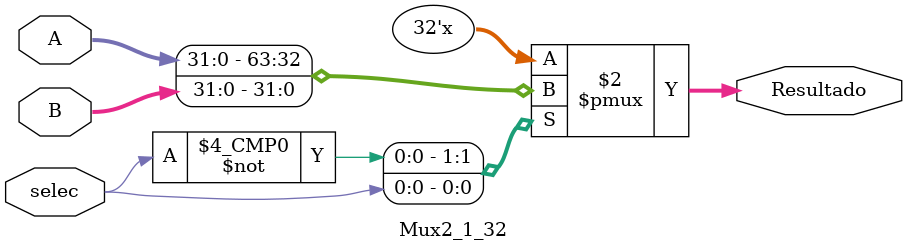
<source format=v>
`timescale 1ns/1ns

module Mux2_1_32(
	input [31:0]A,
	input [31:0]B,
	input selec,
	output reg [31:0]Resultado
);

always @*
begin
	case(selec)
		1'b0:
		begin
		Resultado = A;
		end
		1'b1:
		begin
		Resultado = B;
		end
	endcase 
end
endmodule

</source>
